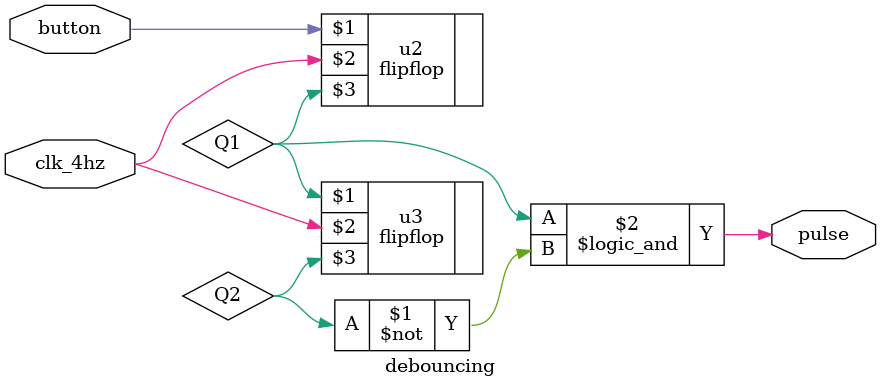
<source format=v>
`timescale 1ns / 1ps


module debouncing(input clk_4hz,input button,output pulse);

flipflop u2(button,clk_4hz,Q1);
flipflop u3(Q1,clk_4hz,Q2);
assign pulse = Q1 && ~Q2;

endmodule

</source>
